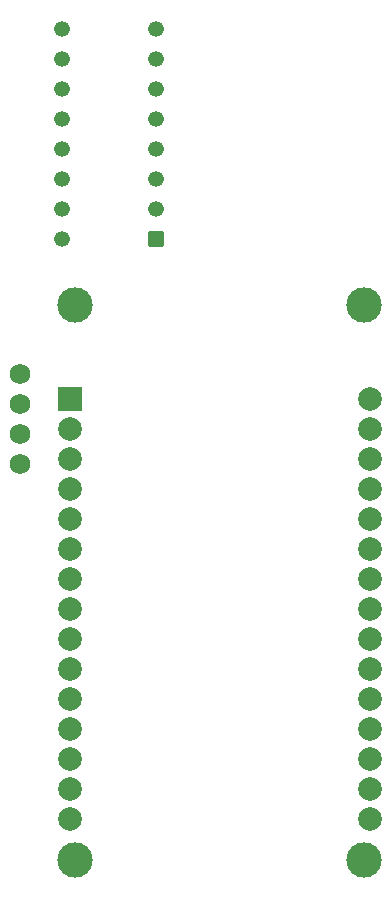
<source format=gbr>
%TF.GenerationSoftware,KiCad,Pcbnew,7.0.9*%
%TF.CreationDate,2023-11-29T15:21:19-05:00*%
%TF.ProjectId,Foodinator,466f6f64-696e-4617-946f-722e6b696361,rev?*%
%TF.SameCoordinates,Original*%
%TF.FileFunction,Soldermask,Bot*%
%TF.FilePolarity,Negative*%
%FSLAX46Y46*%
G04 Gerber Fmt 4.6, Leading zero omitted, Abs format (unit mm)*
G04 Created by KiCad (PCBNEW 7.0.9) date 2023-11-29 15:21:19*
%MOMM*%
%LPD*%
G01*
G04 APERTURE LIST*
G04 Aperture macros list*
%AMRoundRect*
0 Rectangle with rounded corners*
0 $1 Rounding radius*
0 $2 $3 $4 $5 $6 $7 $8 $9 X,Y pos of 4 corners*
0 Add a 4 corners polygon primitive as box body*
4,1,4,$2,$3,$4,$5,$6,$7,$8,$9,$2,$3,0*
0 Add four circle primitives for the rounded corners*
1,1,$1+$1,$2,$3*
1,1,$1+$1,$4,$5*
1,1,$1+$1,$6,$7*
1,1,$1+$1,$8,$9*
0 Add four rect primitives between the rounded corners*
20,1,$1+$1,$2,$3,$4,$5,0*
20,1,$1+$1,$4,$5,$6,$7,0*
20,1,$1+$1,$6,$7,$8,$9,0*
20,1,$1+$1,$8,$9,$2,$3,0*%
G04 Aperture macros list end*
%ADD10R,2.000000X2.000000*%
%ADD11C,2.000000*%
%ADD12C,3.000000*%
%ADD13C,1.734000*%
%ADD14RoundRect,0.102000X0.565000X0.565000X-0.565000X0.565000X-0.565000X-0.565000X0.565000X-0.565000X0*%
%ADD15C,1.334000*%
G04 APERTURE END LIST*
D10*
%TO.C,U1*%
X99755000Y-89745000D03*
D11*
X99755000Y-92285000D03*
X99755000Y-94825000D03*
X99755000Y-97365000D03*
X99755000Y-99905000D03*
X99755000Y-102445000D03*
X99755000Y-104985000D03*
X99755000Y-107525000D03*
X99755000Y-110065000D03*
X99755000Y-112605000D03*
X99755000Y-115145000D03*
X99755000Y-117685000D03*
X99755000Y-120225000D03*
X99755000Y-122765000D03*
X99755000Y-125305000D03*
X125155000Y-125305000D03*
X125155000Y-122765000D03*
X125155000Y-120225000D03*
X125155000Y-117685000D03*
X125155000Y-115145000D03*
X125155000Y-112605000D03*
X125155000Y-110065000D03*
X125155000Y-107525000D03*
X125155000Y-104985000D03*
X125155000Y-102445000D03*
X125155000Y-99905000D03*
X125155000Y-97365000D03*
X125155000Y-94825000D03*
X125155000Y-92285000D03*
X125155000Y-89745000D03*
D12*
X100175000Y-81785000D03*
X100175000Y-128735000D03*
X124685000Y-81785000D03*
X124685000Y-128735000D03*
%TD*%
D13*
%TO.C,U3*%
X95485000Y-87630000D03*
X95485000Y-90170000D03*
X95485000Y-92710000D03*
X95485000Y-95250000D03*
%TD*%
D14*
%TO.C,U2*%
X107000000Y-76200000D03*
D15*
X107000000Y-73660000D03*
X107000000Y-71120000D03*
X107000000Y-68580000D03*
X107000000Y-66040000D03*
X107000000Y-63500000D03*
X107000000Y-60960000D03*
X107000000Y-58420000D03*
X99060000Y-58420000D03*
X99060000Y-60960000D03*
X99060000Y-63500000D03*
X99060000Y-66040000D03*
X99060000Y-68580000D03*
X99060000Y-71120000D03*
X99060000Y-73660000D03*
X99060000Y-76200000D03*
%TD*%
M02*

</source>
